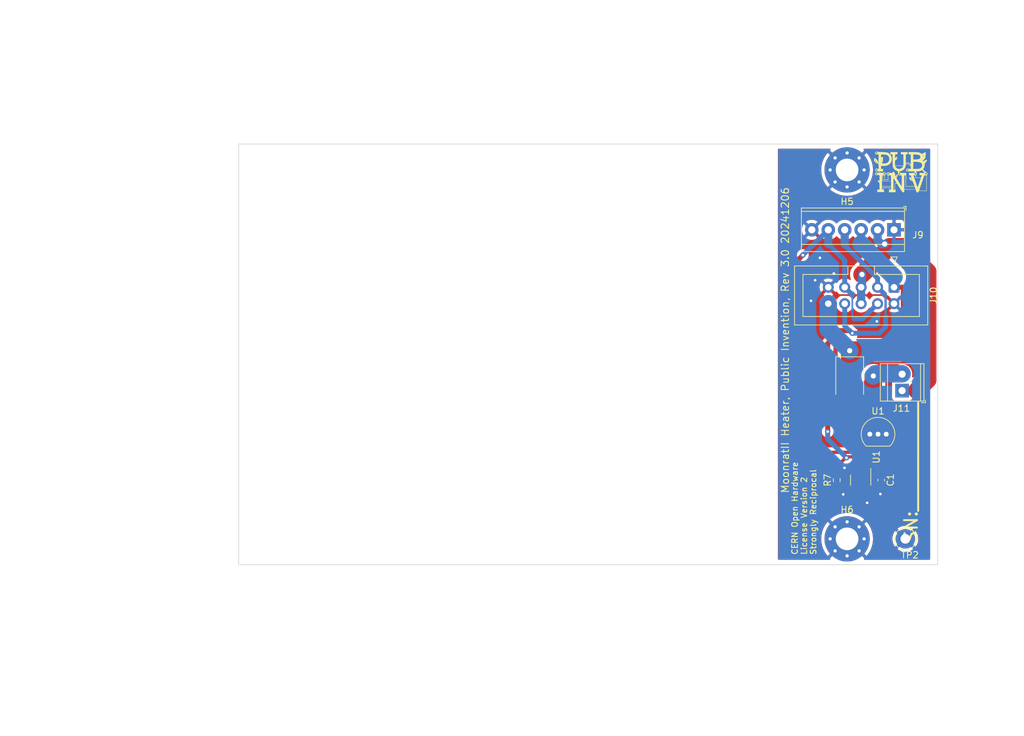
<source format=kicad_pcb>
(kicad_pcb (version 20240108) (generator "pcbnew") (generator_version "8.0")
  (title_block (title "MoonratII") (date "2023-11-20") (rev "1.0") (company "PublicInvention") (comment 1 "GNU Affero General Public License v3.0") (comment 2 "Designed by: Melanie Laporte"))
  (layers (0 "F.Cu" signal) (31 "B.Cu" signal) (34 "B.Paste" user) (35 "F.Paste" user) (36 "B.SilkS" user "B.Silkscreen") (37 "F.SilkS" user "F.Silkscreen") (38 "B.Mask" user) (39 "F.Mask" user) (44 "Edge.Cuts" user))
  (net 0 "")
  (net 1 "Net-(D1-A)")
  (net 2 "HeaterDrive_IB")
  (net 3 "GND1")
  (net 4 "VCCQ")
  (net 5 "+5P")
  (net 6 "TempOut_IB")
  (net 7 "Net-(U1-{slash}SHUTDOWN)")
  (footprint "TestPoint:TestPoint_Loop_D2.54mm_Drill1.5mm_Beaded" (layer "F.Cu") (at 153 146)
    (property "Reference" "TP2" (at 0.7 2.5 0) (layer "F.SilkS"))
    (property "Value" "TP_GND")
    (pad "1" thru_hole circle (at 0 0) (size 3 3) (drill 1.5) (layers "*.Cu" "*.Mask") (net 3 "GND1"))
  )
  (footprint "GeneralPurposeAlarmDevicePCB:1x6P 20A -40℃~+105℃ 300V Green 12~30 Straight pin 5.08mm 2.5 1 6 Plugin,P=5.08mm Screw terminal ROHS" (layer "F.Cu") (at 151.25 98.25 180)
    (property "Reference" "J9" (at -3.69 -0.81 0) (layer "F.SilkS"))
    (property "Value" "Screw_Terminal_01x06")
    (pad "1" thru_hole rect (at 0 0 180) (size 2.1 2.1) (drill 1.1) (layers "*.Cu" "*.Mask") (net 3 "GND1"))
    (pad "2" thru_hole circle (at 2.54 0 180) (size 2.1 2.1) (drill 1.1) (layers "*.Cu" "*.Mask") (net 4 "VCCQ"))
    (pad "3" thru_hole circle (at 5.08 0 180) (size 2.1 2.1) (drill 1.1) (layers "*.Cu" "*.Mask") (net 2 "HeaterDrive_IB"))
    (pad "4" thru_hole circle (at 7.62 0 180) (size 2.1 2.1) (drill 1.1) (layers "*.Cu" "*.Mask") (net 5 "+5P"))
    (pad "5" thru_hole circle (at 10.16 0 180) (size 2.1 2.1) (drill 1.1) (layers "*.Cu" "*.Mask") (net 6 "TempOut_IB"))
    (pad "6" thru_hole circle (at 12.7 0 180) (size 2.1 2.1) (drill 1.1) (layers "*.Cu" "*.Mask") (net 3 "GND1"))
  )
  (footprint "Resistor_SMD:R_0603_1608Metric_Pad0.98x0.95mm_HandSolder" (layer "F.Cu") (at 142.4 136.929714 90)
    (property "Reference" "R7" (at 0 -1.43 90) (layer "F.SilkS"))
    (property "Value" "1R")
    (pad "1" smd roundrect (at -0.9125 0 90) (size 0.975 0.95) (layers "F.Cu" "F.Paste" "F.Mask") (net 6 "TempOut_IB"))
    (pad "2" smd roundrect (at 0.9125 0 90) (size 0.975 0.95) (layers "F.Cu" "F.Paste" "F.Mask") (net 5 "+5P"))
  )
  (footprint "Connector_IDC:IDC-Header_2x05_P2.54mm_Vertical" (layer "F.Cu") (at 151.25 107.125 -90)
    (property "Reference" "J10" (at 1.27 -6.1 90) (layer "F.SilkS"))
    (property "Value" "Conn_02x05_Odd_Even")
    (pad "1" thru_hole roundrect (at 0 0 270) (size 1.7 1.7) (drill 1) (layers "*.Cu" "*.Mask") (roundrect_rratio 0.1470588235) (net 2 "HeaterDrive_IB"))
    (pad "2" thru_hole circle (at 2.54 0 270) (size 1.7 1.7) (drill 1) (layers "*.Cu" "*.Mask") (net 3 "GND1"))
    (pad "3" thru_hole circle (at 0 2.54 270) (size 1.7 1.7) (drill 1) (layers "*.Cu" "*.Mask") (net 5 "+5P"))
    (pad "4" thru_hole circle (at 2.54 2.54 270) (size 1.7 1.7) (drill 1) (layers "*.Cu" "*.Mask") (net 6 "TempOut_IB"))
    (pad "5" thru_hole circle (at 0 5.08 270) (size 1.7 1.7) (drill 1) (layers "*.Cu" "*.Mask") (net 4 "VCCQ"))
    (pad "6" thru_hole circle (at 2.54 5.08 270) (size 1.7 1.7) (drill 1) (layers "*.Cu" "*.Mask") (net 4 "VCCQ"))
    (pad "7" thru_hole circle (at 0 7.62 270) (size 1.7 1.7) (drill 1) (layers "*.Cu" "*.Mask") (net 6 "TempOut_IB"))
    (pad "8" thru_hole circle (at 2.54 7.62 270) (size 1.7 1.7) (drill 1) (layers "*.Cu" "*.Mask") (net 5 "+5P"))
    (pad "9" thru_hole circle (at 0 10.16 270) (size 1.7 1.7) (drill 1) (layers "*.Cu" "*.Mask") (net 3 "GND1"))
    (pad "10" thru_hole circle (at 2.54 10.16 270) (size 1.7 1.7) (drill 1) (layers "*.Cu" "*.Mask") (net 2 "HeaterDrive_IB"))
  )
  (footprint "TerminalBlock_TE-Connectivity:TerminalBlock_TE_282834-2_1x02_P2.54mm_Horizontal" (layer "F.Cu") (at 152.5 123.099714 90)
    (property "Reference" "J11" (at -2.73 -0.1 180) (layer "F.SilkS"))
    (property "Value" "Screw_Terminal_01x02")
    (pad "1" thru_hole rect (at 0 0 90) (size 2.1 2.1) (drill 1.1) (layers "*.Cu" "*.Mask") (net 4 "VCCQ"))
    (pad "2" thru_hole circle (at 2.54 0 90) (size 2.1 2.1) (drill 1.1) (layers "*.Cu" "*.Mask") (net 2 "HeaterDrive_IB"))
  )
  (footprint "GeneralPurposeAlarmDevicePCB:MountingHole_3.5mm_Pad_Via" (layer "F.Cu") (at 144 146)
    (property "Reference" "H6" (at 0 -4.5 0) (layer "F.SilkS"))
    (property "Value" "MountingHole_Pad_3.5mm")
    (pad "1" thru_hole circle (at -2.625 0) (size 0.8 0.8) (drill 0.5) (layers "*.Cu" "*.Mask") (net 3 "GND1"))
    (pad "1" thru_hole circle (at -1.856155 -1.856155) (size 0.8 0.8) (drill 0.5) (layers "*.Cu" "*.Mask") (net 3 "GND1"))
    (pad "1" thru_hole circle (at -1.856155 1.856155) (size 0.8 0.8) (drill 0.5) (layers "*.Cu" "*.Mask") (net 3 "GND1"))
    (pad "1" thru_hole circle (at 0 -2.625) (size 0.8 0.8) (drill 0.5) (layers "*.Cu" "*.Mask") (net 3 "GND1"))
    (pad "1" thru_hole circle (at 0 0) (size 7 7) (drill 3.5) (layers "*.Cu" "*.Mask") (net 3 "GND1"))
    (pad "1" thru_hole circle (at 0 2.625) (size 0.8 0.8) (drill 0.5) (layers "*.Cu" "*.Mask") (net 3 "GND1"))
    (pad "1" thru_hole circle (at 1.856155 -1.856155) (size 0.8 0.8) (drill 0.5) (layers "*.Cu" "*.Mask") (net 3 "GND1"))
    (pad "1" thru_hole circle (at 1.856155 1.856155) (size 0.8 0.8) (drill 0.5) (layers "*.Cu" "*.Mask") (net 3 "GND1"))
    (pad "1" thru_hole circle (at 2.625 0) (size 0.8 0.8) (drill 0.5) (layers "*.Cu" "*.Mask") (net 3 "GND1"))
  )
  (footprint "Diode_SMD:D_SMB" (layer "F.Cu") (at 144.4 121.53 -90)
    (property "Reference" "D1" (hide yes))
    (property "Value" "Schottky 2A")
    (pad "1" smd roundrect (at -2.15 0 270) (size 2.5 2.3) (layers "F.Cu" "F.Paste" "F.Mask") (roundrect_rratio 0.1086956522) (net 2 "HeaterDrive_IB"))
    (pad "2" smd roundrect (at 2.15 0 270) (size 2.5 2.3) (layers "F.Cu" "F.Paste" "F.Mask") (roundrect_rratio 0.1086956522) (net 1 "Net-(D1-A)"))
  )
  (footprint "GeneralPurposeAlarmDevicePCB:Logo_PI_BandW_70percent_10x10" (layer "F.Cu") (at 152.275427 89.535)
    (property "Reference" "G***" (hide yes))
    (property "Value" "LOGO" (hide yes))
  )
  (footprint "GeneralPurposeAlarmDevicePCB:MountingHole_3.5mm_Pad_Via" (layer "F.Cu") (at 144 89)
    (property "Reference" "H5" (at 0 4.9 0) (layer "F.SilkS"))
    (property "Value" "MountingHole_Pad_3.5mm")
    (pad "1" thru_hole circle (at -2.625 0) (size 0.8 0.8) (drill 0.5) (layers "*.Cu" "*.Mask") (net 3 "GND1"))
    (pad "1" thru_hole circle (at -1.856155 -1.856155) (size 0.8 0.8) (drill 0.5) (layers "*.Cu" "*.Mask") (net 3 "GND1"))
    (pad "1" thru_hole circle (at -1.856155 1.856155) (size 0.8 0.8) (drill 0.5) (layers "*.Cu" "*.Mask") (net 3 "GND1"))
    (pad "1" thru_hole circle (at 0 -2.625) (size 0.8 0.8) (drill 0.5) (layers "*.Cu" "*.Mask") (net 3 "GND1"))
    (pad "1" thru_hole circle (at 0 0) (size 7 7) (drill 3.5) (layers "*.Cu" "*.Mask") (net 3 "GND1"))
    (pad "1" thru_hole circle (at 0 2.625) (size 0.8 0.8) (drill 0.5) (layers "*.Cu" "*.Mask") (net 3 "GND1"))
    (pad "1" thru_hole circle (at 1.856155 -1.856155) (size 0.8 0.8) (drill 0.5) (layers "*.Cu" "*.Mask") (net 3 "GND1"))
    (pad "1" thru_hole circle (at 1.856155 1.856155) (size 0.8 0.8) (drill 0.5) (layers "*.Cu" "*.Mask") (net 3 "GND1"))
    (pad "1" thru_hole circle (at 2.625 0) (size 0.8 0.8) (drill 0.5) (layers "*.Cu" "*.Mask") (net 3 "GND1"))
  )
  (footprint "Capacitor_SMD:C_0603_1608Metric_Pad1.08x0.95mm_HandSolder" (layer "F.Cu") (at 149.273 136.919714 -90)
    (property "Reference" "C1" (at 0 -1.43 90) (layer "F.SilkS"))
    (property "Value" "0.1uF")
    (pad "1" smd roundrect (at -0.8625 0 270) (size 1.075 0.95) (layers "F.Cu" "F.Paste" "F.Mask") (net 5 "+5P"))
    (pad "2" smd roundrect (at 0.8625 0 270) (size 1.075 0.95) (layers "F.Cu" "F.Paste" "F.Mask") (net 3 "GND1"))
  )
  (footprint "Package_TO_SOT_THT:TO-92_Inline" (layer "F.Cu") (at 147.51 129.829714)
    (property "Reference" "U1" (at 1.27 -3.56 0) (layer "F.SilkS"))
    (property "Value" "DS18B20")
    (pad "1" thru_hole rect (at 0 0) (size 1.05 1.5) (drill 0.75) (layers "*.Cu" "*.Mask") (net 3 "GND1"))
    (pad "2" thru_hole oval (at 1.27 0) (size 1.05 1.5) (drill 0.75) (layers "*.Cu" "*.Mask") (net 6 "TempOut_IB"))
    (pad "3" thru_hole oval (at 2.54 0) (size 1.05 1.5) (drill 0.75) (layers "*.Cu" "*.Mask") (net 6 "TempOut_IB"))
  )
  (footprint "Package_TO_SOT_SMD:SOT-23-5" (layer "F.Cu") (at 146.1 136.929714 -90)
    (property "Reference" "U1" (at -3.566 -2.411 90) (layer "F.SilkS"))
    (property "Value" "TMP36GRTZ-REEL7")
    (pad "1" smd roundrect (at -1.1375 -0.95 270) (size 1.325 0.6) (layers "F.Cu" "F.Paste" "F.Mask") (net 6 "TempOut_IB"))
    (pad "2" smd roundrect (at -1.1375 0 270) (size 1.325 0.6) (layers "F.Cu" "F.Paste" "F.Mask") (net 5 "+5P"))
    (pad "3" smd roundrect (at -1.1375 0.95 270) (size 1.325 0.6) (layers "F.Cu" "F.Paste" "F.Mask"))
    (pad "4" smd roundrect (at 1.1375 0.95 270) (size 1.325 0.6) (layers "F.Cu" "F.Paste" "F.Mask") (net 7 "Net-(U1-{slash}SHUTDOWN)"))
    (pad "5" smd roundrect (at 1.1375 -0.95 270) (size 1.325 0.6) (layers "F.Cu" "F.Paste" "F.Mask") (net 3 "GND1"))
  )
  (gr_line (start 50 150) (end 158 150) (stroke (width 0.1)) (layer "Edge.Cuts"))
  (gr_line (start 158 85) (end 50 85) (stroke (width 0.1)) (layer "Edge.Cuts"))
  (gr_line (start 50 85) (end 50 150) (stroke (width 0.1)) (layer "Edge.Cuts"))
  (gr_line (start 158 150) (end 158 85) (stroke (width 0.1)) (layer "Edge.Cuts"))
  (gr_text "MoonratII Heater, Public Invention, Rev 3.0 20241206" (at 135.1 139.029714 90) (layer "F.SilkS") (effects (font (size 1.143 1.143) (thickness 0.1524)) (justify left bottom)))
  (gr_text "SN:___________" (at 155.05 146.829714 90) (layer "F.SilkS") (effects (font (size 2 2) (thickness 0.3)) (justify left bottom)))
  (gr_text "CERN Open Hardware \nLicense Version 2 \nStrongly Reciprocal\n" (at 139.3 148.529714 90) (layer "F.SilkS") (effects (font (size 0.889 0.889)) (justify left bottom)))
  (segment (start 146.449714 123.68) (end 148.05 122.079714) (width 2.7) (layer "F.Cu") (net 1))
  (segment (start 148.05 122.079714) (end 148.05 120.829714) (width 2.7) (layer "F.Cu") (net 1))
  (segment (start 144.4 123.68) (end 146.449714 123.68) (width 2.7) (layer "F.Cu") (net 1))
  (segment (start 148.05 120.829714) (end 148.38 120.499714) (width 2.7) (layer "B.Cu") (net 1))
  (segment (start 148.38 120.499714) (end 152.5 120.499714) (width 2.7) (layer "B.Cu") (net 1))
  (segment (start 153.55 115.329714) (end 153.55 111.829714) (width 2.7) (layer "F.Cu") (net 2))
  (segment (start 144.400001 116.929715) (end 144.500002 116.829714) (width 2.7) (layer "F.Cu") (net 2))
  (segment (start 152.845286 107.125) (end 153.55 107.829714) (width 0.762) (layer "F.Cu") (net 2))
  (segment (start 144.500002 116.829714) (end 152.05 116.829714) (width 2.7) (layer "F.Cu") (net 2))
  (segment (start 153.55 107.829714) (end 153.55 111.829714) (width 2.5) (layer "F.Cu") (net 2))
  (segment (start 151.25 107.125) (end 152.845286 107.125) (width 0.762) (layer "F.Cu") (net 2))
  (segment (start 144.4 119.38) (end 144.4 116.929714) (width 2.7) (layer "F.Cu") (net 2))
  (segment (start 152.05 116.829714) (end 153.55 115.329714) (width 2.7) (layer "F.Cu") (net 2))
  (via (at 144.400001 116.929715) (size 1.2) (drill 0.8) (layers "F.Cu" "B.Cu") (net 2))
  (via (at 148.05 120.829714) (size 1.2) (drill 0.8) (layers "F.Cu" "B.Cu") (net 2))
  (segment (start 141.09 109.665) (end 141.09 113.619714) (width 2.7) (layer "B.Cu") (net 2))
  (segment (start 146.17 100.45) (end 151.25 105.53) (width 2.7) (layer "B.Cu") (net 2))
  (segment (start 146.304 98.552) (end 146.304 98.384) (width 0.508) (layer "B.Cu") (net 2))
  (segment (start 141.09 113.619714) (end 144.400001 116.929715) (width 2.7) (layer "B.Cu") (net 2))
  (segment (start 151.25 105.53) (end 151.25 107.125) (width 0.762) (layer "B.Cu") (net 2))
  (segment (start 146.304 98.384) (end 146.17 98.25) (width 0.508) (layer "B.Cu") (net 2))
  (segment (start 146.17 98.25) (end 146.17 100.45) (width 1.27) (layer "B.Cu") (net 2))
  (segment (start 142.294714 108.329714) (end 141.09 107.125) (width 0.254) (layer "F.Cu") (net 3))
  (segment (start 148.988 138.067214) (end 149.273 137.782214) (width 0.381) (layer "F.Cu") (net 3))
  (segment (start 149.914714 108.329714) (end 142.294714 108.329714) (width 0.254) (layer "F.Cu") (net 3))
  (segment (start 151.25 109.665) (end 149.914714 108.329714) (width 0.254) (layer "F.Cu") (net 3))
  (segment (start 147.05 138.067214) (end 148.988 138.067214) (width 0.381) (layer "F.Cu") (net 3))
  (via (at 139.8 102.579714) (size 0.8) (drill 0.4) (layers "F.Cu" "B.Cu") (net 3))
  (via (at 138.43 109.22) (size 0.8) (drill 0.4) (layers "F.Cu" "B.Cu") (net 3))
  (via (at 147.1 140.429714) (size 0.8) (drill 0.4) (layers "F.Cu" "B.Cu") (net 3))
  (via (at 143.403516 139.126198) (size 0.8) (drill 0.4) (layers "F.Cu" "B.Cu") (net 3))
  (via (at 148.59 112.395) (size 0.8) (drill 0.4) (layers "F.Cu" "B.Cu") (net 3))
  (via (at 143.6 135.029714) (size 0.8) (drill 0.4) (layers "F.Cu" "B.Cu") (net 3))
  (via (at 141.951122 105.005524) (size 0.8) (drill 0.4) (layers "F.Cu" "B.Cu") (net 3))
  (via (at 149.146 139.078714) (size 0.8) (drill 0.4) (layers "F.Cu" "B.Cu") (net 3))
  (via (at 139.065 106.045) (size 0.8) (drill 0.4) (layers "F.Cu" "B.Cu") (net 3))
  (segment (start 152.5 123.099714) (end 154.78 123.099714) (width 1.27) (layer "F.Cu") (net 4))
  (segment (start 146.304 105.156) (end 150.590143 100.869857) (width 2.7) (layer "F.Cu") (net 4))
  (segment (start 156.45 121.429714) (end 154.8 123.079714) (width 2.7) (layer "F.Cu") (net 4))
  (segment (start 150.590143 100.869857) (end 152.590143 100.869857) (width 2.7) (layer "F.Cu") (net 4))
  (segment (start 156.45 104.729714) (end 156.45 121.429714) (width 2.7) (layer "F.Cu") (net 4))
  (segment (start 152.590143 100.869857) (end 156.45 104.729714) (width 2.7) (layer "F.Cu") (net 4))
  (segment (start 154.78 123.099714) (end 154.8 123.079714) (width 1.27) (layer "F.Cu") (net 4))
  (via (at 149.80005 100.45) (size 1.2) (drill 0.8) (layers "F.Cu" "B.Cu") (net 4))
  (via (at 146.304 105.156) (size 1.2) (drill 0.8) (layers "F.Cu" "B.Cu") (net 4))
  (segment (start 148.71 99.600497) (end 148.71 99.86) (width 0.25) (layer "B.Cu") (net 4))
  (segment (start 148.71 99.86) (end 149.3 100.45) (width 1.27) (layer "B.Cu") (net 4))
  (segment (start 149.3 100.45) (end 149.80005 100.45) (width 1.27) (layer "B.Cu") (net 4))
  (segment (start 148.978 100.45) (end 149.80005 100.45) (width 0.25) (layer "B.Cu") (net 4))
  (segment (start 146.17 107.125) (end 146.17 109.665) (width 1.27) (layer "B.Cu") (net 4))
  (segment (start 146.304 106.991) (end 146.17 107.125) (width 0.25) (layer "B.Cu") (net 4))
  (segment (start 148.71 98.25) (end 148.71 99.86) (width 1.27) (layer "B.Cu") (net 4))
  (segment (start 148.844 100.584) (end 148.978 100.45) (width 0.25) (layer "B.Cu") (net 4))
  (segment (start 148.776117 100.45) (end 149.80005 100.45) (width 0.25) (layer "B.Cu") (net 4))
  (segment (start 146.304 105.156) (end 146.304 106.991) (width 1.27) (layer "B.Cu") (net 4))
  (segment (start 148.485 136.845214) (end 146.2775 136.845214) (width 0.381) (layer "F.Cu") (net 5))
  (segment (start 146.1 135.792214) (end 146.1 133.829714) (width 0.508) (layer "F.Cu") (net 5))
  (segment (start 144.8 114.229714) (end 144.4 113.829714) (width 0.762) (layer "F.Cu") (net 5))
  (segment (start 143.9 133.475214) (end 143.9 133.456714) (width 0.762) (layer "F.Cu") (net 5))
  (segment (start 142.980316 113.829714) (end 141 115.81003) (width 0.762) (layer "F.Cu") (net 5))
  (segment (start 141 115.81003) (end 141 129.429714) (width 0.762) (layer "F.Cu") (net 5))
  (segment (start 149.273 136.057214) (end 148.485 136.845214) (width 0.381) (layer "F.Cu") (net 5))
  (segment (start 143.9 133.329714) (end 142.4 134.829714) (width 0.508) (layer "F.Cu") (net 5))
  (segment (start 145.6 133.329714) (end 143.9 133.329714) (width 0.508) (layer "F.Cu") (net 5))
  (segment (start 146.1 133.829714) (end 145.6 133.329714) (width 0.508) (layer "F.Cu") (net 5))
  (segment (start 144.4 113.829714) (end 142.980316 113.829714) (width 0.762) (layer "F.Cu") (net 5))
  (segment (start 142.4 134.829714) (end 142.4 136.017214) (width 0.508) (layer "F.Cu") (net 5))
  (segment (start 146.2775 136.845214) (end 146.1 136.667714) (width 0.381) (layer "F.Cu") (net 5))
  (segment (start 146.1 136.667714) (end 146.1 135.792214) (width 0.381) (layer "F.Cu") (net 5))
  (via (at 143.9 133.475214) (size 0.8) (drill 0.4) (layers "F.Cu" "B.Cu") (net 5))
  (via (at 144.8 114.229714) (size 0.8) (drill 0.4) (layers "F.Cu" "B.Cu") (net 5))
  (via (at 141 129.429714) (size 0.8) (drill 0.4) (layers "F.Cu" "B.Cu") (net 5))
  (segment (start 143.63 100.659714) (end 148.71 105.739714) (width 0.762) (layer "B.Cu") (net 5))
  (segment (start 148.71 105.739714) (end 148.71 107.125) (width 0.762) (layer "B.Cu") (net 5))
  (segment (start 143.63 100.45) (end 143.63 100.659714) (width 0.762) (layer "B.Cu") (net 5))
  (segment (start 143.63 113.0992) (end 144.760514 114.229714) (width 0.762) (layer "B.Cu") (net 5))
  (segment (start 143.63 109.665) (end 143.63 113.0992) (width 0.762) (layer "B.Cu") (net 5))
  (segment (start 143.63 98.25) (end 143.63 100.45) (width 1.27) (layer "B.Cu") (net 5))
  (segment (start 149.9505 111.7) (end 149.9505 113.2495) (width 0.762) (layer "B.Cu") (net 5))
  (segment (start 149.885 108.229) (end 149.86 108.204) (width 0.25) (layer "B.Cu") (net 5))
  (segment (start 149.789 108.204) (end 148.71 107.125) (width 0.762) (layer "B.Cu") (net 5))
  (segment (start 141 129.429714) (end 141 130.575214) (width 0.762) (layer "B.Cu") (net 5))
  (segment (start 141 130.575214) (end 143.9 133.475214) (width 0.762) (layer "B.Cu") (net 5))
  (segment (start 149.9505 113.2495) (end 148.970286 114.229714) (width 0.762) (layer "B.Cu") (net 5))
  (segment (start 149.9505 111.7) (end 149.9505 108.2945) (width 0.381) (layer "B.Cu") (net 5))
  (segment (start 149.86 108.204) (end 149.789 108.204) (width 0.25) (layer "B.Cu") (net 5))
  (segment (start 144.8 114.229714) (end 144.760514 114.229714) (width 0.762) (layer "B.Cu") (net 5))
  (segment (start 148.970286 114.229714) (end 144.8 114.229714) (width 0.762) (layer "B.Cu") (net 5))
  (segment (start 137.16 102.1588) (end 136.5 102.8188) (width 0.762) (layer "F.Cu") (net 6))
  (segment (start 136.5 129.029714) (end 136.5 115.129714) (width 0.508) (layer "F.Cu") (net 6))
  (segment (start 140.092 132.621714) (end 136.5 129.029714) (width 0.508) (layer "F.Cu") (net 6))
  (segment (start 145.893263 132.621714) (end 140.092 132.621714) (width 0.508) (layer "F.Cu") (net 6))
  (segment (start 147.05 135.792214) (end 147.05 133.778451) (width 0.508) (layer "F.Cu") (net 6))
  (segment (start 136.5 102.8188) (end 136.5 115.129714) (width 0.762) (layer "F.Cu") (net 6))
  (segment (start 147.05 133.778451) (end 145.893263 132.621714) (width 0.508) (layer "F.Cu") (net 6))
  (via (at 137.16 102.1588) (size 0.8) (drill 0.4) (layers "F.Cu" "B.Cu") (net 6))
  (segment (start 143.63 102.99) (end 141.09 100.45) (width 0.762) (layer "B.Cu") (net 6))
  (segment (start 141.0688 98.25) (end 137.16 102.1588) (width 0.762) (layer "B.Cu") (net 6))
  (segment (start 144.807 108.302) (end 144.807 111.733) (width 0.254) (layer "B.Cu") (net 6))
  (segment (start 141.09 100.45) (end 141.09 98.25) (width 1.27) (layer "B.Cu") (net 6))
  (segment (start 145.074 112) (end 146.375 112) (width 0.762) (layer "B.Cu") (net 6))
  (segment (start 146.375 112) (end 146.615 111.76) (width 0.254) (layer "B.Cu") (net 6))
  (segment (start 143.63 107.125) (end 144.807 108.302) (width 0.762) (layer "B.Cu") (net 6))
  (segment (start 143.63 107.125) (end 143.63 102.99) (width 0.762) (layer "B.Cu") (net 6))
  (segment (start 146.615 111.76) (end 148.71 109.665) (width 0.762) (layer "B.Cu") (net 6))
  (segment (start 144.807 111.733) (end 145.074 112) (width 0.254) (layer "B.Cu") (net 6))
  (segment (start 142.4 139.329714) (end 142.4 137.842214) (width 0.508) (layer "F.Cu") (net 7))
  (segment (start 145.15 138.067214) (end 145.15 139.079714) (width 0.508) (layer "F.Cu") (net 7))
  (segment (start 143.2 140.129714) (end 142.4 139.329714) (width 0.508) (layer "F.Cu") (net 7))
  (segment (start 145.15 139.079714) (end 144.1 140.129714) (width 0.508) (layer "F.Cu") (net 7))
  (segment (start 144.1 140.129714) (end 143.2 140.129714) (width 0.508) (layer "F.Cu") (net 7))
  (zone (net 3) (net_name "GND1") (layer "F.Cu") (connect_pads (clearance 0.508)) (min_thickness 0.25) (fill yes (thermal_gap 0.5) (thermal_bridge_width 0.5))
    (polygon (pts (xy 156.8 149.225) (xy 133.305 149.225) (xy 133.305 85.725) (xy 156.8 85.725) (xy 156.8 144.78)))
  )
  (zone (net 3) (net_name "GND1") (layer "B.Cu") (connect_pads (clearance 0.508)) (min_thickness 0.25) (fill yes (thermal_gap 0.5) (thermal_bridge_width 0.5))
    (polygon (pts (xy 156.845 149.225) (xy 133.35 149.225) (xy 133.35 85.725) (xy 156.845 85.725) (xy 156.845 144.78)))
  )
)
</source>
